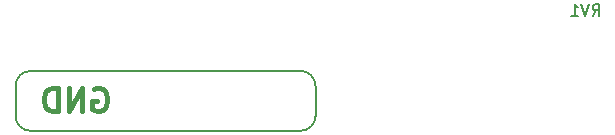
<source format=gbr>
%TF.GenerationSoftware,KiCad,Pcbnew,6.0.5*%
%TF.CreationDate,2022-09-23T17:49:20+02:00*%
%TF.ProjectId,Alternator_Motor_Driver,416c7465-726e-4617-946f-725f4d6f746f,1.1*%
%TF.SameCoordinates,Original*%
%TF.FileFunction,Legend,Bot*%
%TF.FilePolarity,Positive*%
%FSLAX46Y46*%
G04 Gerber Fmt 4.6, Leading zero omitted, Abs format (unit mm)*
G04 Created by KiCad (PCBNEW 6.0.5) date 2022-09-23 17:49:20*
%MOMM*%
%LPD*%
G01*
G04 APERTURE LIST*
%ADD10C,0.150000*%
%ADD11C,0.400000*%
G04 APERTURE END LIST*
D10*
X151130000Y-111760001D02*
G75*
G03*
X152400001Y-110489999I0J1270001D01*
G01*
X127000000Y-110490001D02*
G75*
G03*
X128270001Y-111760000I1270000J1D01*
G01*
X128270001Y-111760000D02*
X151130000Y-111760001D01*
X127000000Y-110490000D02*
X126999999Y-107950000D01*
X152400000Y-107949999D02*
X152400001Y-110490000D01*
X151130000Y-106680000D02*
X128270000Y-106679999D01*
X152400000Y-107949999D02*
G75*
G03*
X151130000Y-106680000I-1270000J-1D01*
G01*
X128270000Y-106679999D02*
G75*
G03*
X126999999Y-107950000I0J-1270001D01*
G01*
D11*
X133603620Y-108207637D02*
X133794096Y-108112398D01*
X134079811Y-108112398D01*
X134365525Y-108207637D01*
X134556001Y-108398113D01*
X134651239Y-108588589D01*
X134746477Y-108969541D01*
X134746477Y-109255256D01*
X134651239Y-109636208D01*
X134556001Y-109826684D01*
X134365525Y-110017160D01*
X134079811Y-110112398D01*
X133889334Y-110112398D01*
X133603620Y-110017160D01*
X133508382Y-109921922D01*
X133508382Y-109255256D01*
X133889334Y-109255256D01*
X132651239Y-110112398D02*
X132651239Y-108112398D01*
X131508382Y-110112398D01*
X131508382Y-108112398D01*
X130556001Y-110112398D02*
X130556001Y-108112398D01*
X130079811Y-108112398D01*
X129794096Y-108207637D01*
X129603620Y-108398113D01*
X129508382Y-108588589D01*
X129413144Y-108969541D01*
X129413144Y-109255256D01*
X129508382Y-109636208D01*
X129603620Y-109826684D01*
X129794096Y-110017160D01*
X130079811Y-110112398D01*
X130556001Y-110112398D01*
D10*
%TO.C,RV1*%
X175855238Y-102012380D02*
X176188571Y-101536190D01*
X176426666Y-102012380D02*
X176426666Y-101012380D01*
X176045714Y-101012380D01*
X175950476Y-101060000D01*
X175902857Y-101107619D01*
X175855238Y-101202857D01*
X175855238Y-101345714D01*
X175902857Y-101440952D01*
X175950476Y-101488571D01*
X176045714Y-101536190D01*
X176426666Y-101536190D01*
X175569523Y-101012380D02*
X175236190Y-102012380D01*
X174902857Y-101012380D01*
X174045714Y-102012380D02*
X174617142Y-102012380D01*
X174331428Y-102012380D02*
X174331428Y-101012380D01*
X174426666Y-101155238D01*
X174521904Y-101250476D01*
X174617142Y-101298095D01*
%TD*%
M02*

</source>
